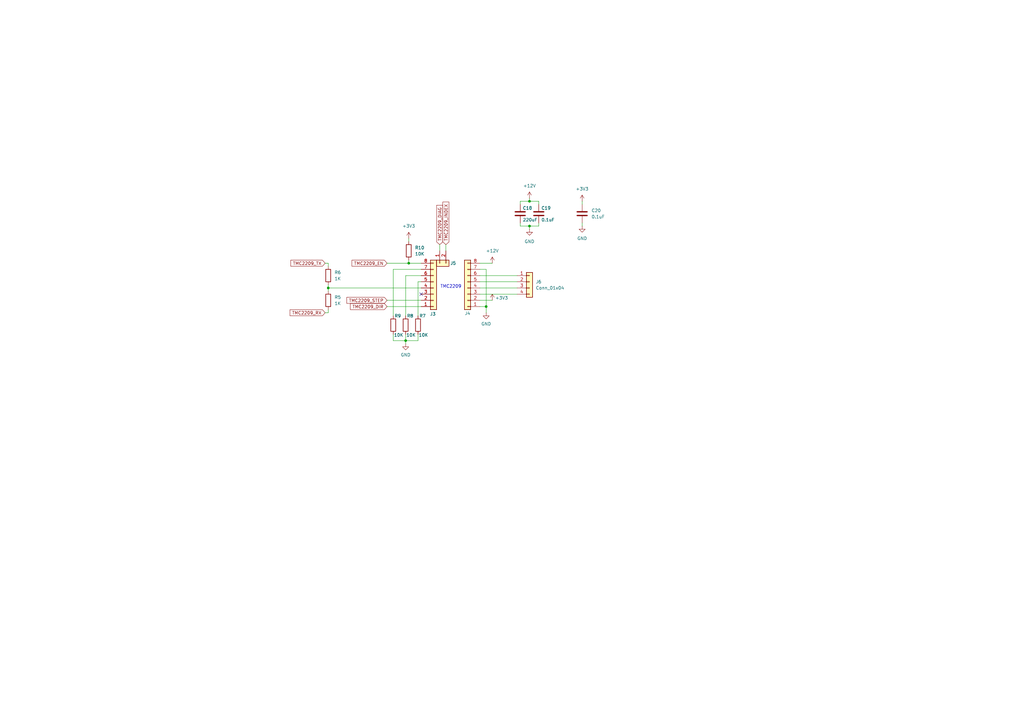
<source format=kicad_sch>
(kicad_sch (version 20250114) (generator "eeschema") (generator_version "9.0")
  (paper "A3")
  (lib_symbols
    (symbol "Connector_Generic:Conn_01x02" (pin_names (offset 1.016) (hide yes))
      (property "Reference" "J" (at 0 2.54 0))
      (property "Value" "Conn_01x02" (at 0 -5.08 0))
      (symbol "Conn_01x02_1_1"
        (rectangle (start -1.27 1.27) (end 1.27 -3.81) (stroke (width 0.254)) (fill (type background)))
        (rectangle (start -1.27 0.127) (end 0 -0.127) (stroke (width 0.1524)))
        (rectangle (start -1.27 -2.413) (end 0 -2.667) (stroke (width 0.1524)))
        (pin passive line (at -5.08 0 0) (length 3.81) (name "Pin_1") (number "1"))
        (pin passive line (at -5.08 -2.54 0) (length 3.81) (name "Pin_2") (number "2"))
      )
    )
    (symbol "Connector_Generic:Conn_01x04" (pin_names (offset 1.016) (hide yes))
      (property "Reference" "J" (at 0 5.08 0))
      (property "Value" "Conn_01x04" (at 0 -7.62 0))
      (symbol "Conn_01x04_1_1"
        (rectangle (start -1.27 3.81) (end 1.27 -6.35) (stroke (width 0.254)) (fill (type background)))
        (rectangle (start -1.27 2.667) (end 0 2.413) (stroke (width 0.1524)))
        (rectangle (start -1.27 0.127) (end 0 -0.127) (stroke (width 0.1524)))
        (rectangle (start -1.27 -2.413) (end 0 -2.667) (stroke (width 0.1524)))
        (rectangle (start -1.27 -4.953) (end 0 -5.207) (stroke (width 0.1524)))
        (pin passive line (at -5.08 2.54 0) (length 3.81) (name "Pin_1") (number "1"))
        (pin passive line (at -5.08 0 0) (length 3.81) (name "Pin_2") (number "2"))
        (pin passive line (at -5.08 -2.54 0) (length 3.81) (name "Pin_3") (number "3"))
        (pin passive line (at -5.08 -5.08 0) (length 3.81) (name "Pin_4") (number "4"))
      )
    )
    (symbol "Connector_Generic:Conn_01x08" (pin_names (offset 1.016) (hide yes))
      (property "Reference" "J" (at 0 10.16 0))
      (property "Value" "Conn_01x08" (at 0 -12.7 0))
      (symbol "Conn_01x08_1_1"
        (rectangle (start -1.27 8.89) (end 1.27 -11.43) (stroke (width 0.254)) (fill (type background)))
        (rectangle (start -1.27 7.747) (end 0 7.493) (stroke (width 0.1524)))
        (rectangle (start -1.27 5.207) (end 0 4.953) (stroke (width 0.1524)))
        (rectangle (start -1.27 2.667) (end 0 2.413) (stroke (width 0.1524)))
        (rectangle (start -1.27 0.127) (end 0 -0.127) (stroke (width 0.1524)))
        (rectangle (start -1.27 -2.413) (end 0 -2.667) (stroke (width 0.1524)))
        (rectangle (start -1.27 -4.953) (end 0 -5.207) (stroke (width 0.1524)))
        (rectangle (start -1.27 -7.493) (end 0 -7.747) (stroke (width 0.1524)))
        (rectangle (start -1.27 -10.033) (end 0 -10.287) (stroke (width 0.1524)))
        (pin passive line (at -5.08 7.62 0) (length 3.81) (name "Pin_1") (number "1"))
        (pin passive line (at -5.08 5.08 0) (length 3.81) (name "Pin_2") (number "2"))
        (pin passive line (at -5.08 2.54 0) (length 3.81) (name "Pin_3") (number "3"))
        (pin passive line (at -5.08 0 0) (length 3.81) (name "Pin_4") (number "4"))
        (pin passive line (at -5.08 -2.54 0) (length 3.81) (name "Pin_5") (number "5"))
        (pin passive line (at -5.08 -5.08 0) (length 3.81) (name "Pin_6") (number "6"))
        (pin passive line (at -5.08 -7.62 0) (length 3.81) (name "Pin_7") (number "7"))
        (pin passive line (at -5.08 -10.16 0) (length 3.81) (name "Pin_8") (number "8"))
      )
    )
    (symbol "Device:C" (pin_numbers (hide yes)) (pin_names (offset 0.254))
      (property "Reference" "C" (at 0.635 2.54 0))
      (property "Value" "C" (at 0.635 -2.54 0))
      (symbol "C_0_1"
        (polyline (pts (xy -2.032 0.762) (xy 2.032 0.762)) (stroke (width 0.508)))
        (polyline (pts (xy -2.032 -0.762) (xy 2.032 -0.762)) (stroke (width 0.508)))
      )
      (symbol "C_1_1"
        (pin passive line (at 0 3.81 270) (length 2.794) (name "~") (number "1"))
        (pin passive line (at 0 -3.81 90) (length 2.794) (name "~") (number "2"))
      )
    )
    (symbol "Device:R" (pin_numbers (hide yes)) (pin_names (offset 0))
      (property "Reference" "R" (at 2.032 0 90))
      (property "Value" "R" (at 0 0 90))
      (symbol "R_0_1"
        (rectangle (start -1.016 -2.54) (end 1.016 2.54) (stroke (width 0.254)))
      )
      (symbol "R_1_1"
        (pin passive line (at 0 3.81 270) (length 1.27) (name "~") (number "1"))
        (pin passive line (at 0 -3.81 90) (length 1.27) (name "~") (number "2"))
      )
    )
    (symbol "power:+12V" (power) (pin_numbers (hide yes)) (pin_names (offset 0) (hide yes))
      (property "Value" "+12V" (at 0 3.556 0))
      (symbol "+12V_0_1"
        (polyline (pts (xy -0.762 1.27) (xy 0 2.54)))
        (polyline (pts (xy 0 2.54) (xy 0.762 1.27)))
        (polyline (pts (xy 0 0) (xy 0 2.54)))
      )
      (symbol "+12V_1_1"
        (pin power_in line (at 0 0 90) (length 0) (name "~") (number "1"))
      )
    )
    (symbol "power:+3V3" (power) (pin_numbers (hide yes)) (pin_names (offset 0) (hide yes))
      (property "Value" "+3V3" (at 0 3.556 0))
      (symbol "+3V3_0_1"
        (polyline (pts (xy -0.762 1.27) (xy 0 2.54)))
        (polyline (pts (xy 0 2.54) (xy 0.762 1.27)))
        (polyline (pts (xy 0 0) (xy 0 2.54)))
      )
      (symbol "+3V3_1_1"
        (pin power_in line (at 0 0 90) (length 0) (name "~") (number "1"))
      )
    )
    (symbol "power:GND" (power) (pin_numbers (hide yes)) (pin_names (offset 0) (hide yes))
      (property "Value" "GND" (at 0 -3.81 0))
      (symbol "GND_0_1"
        (polyline (pts (xy 0 0) (xy 0 -1.27) (xy 1.27 -1.27) (xy 0 -2.54) (xy -1.27 -1.27) (xy 0 -1.27)))
      )
      (symbol "GND_1_1"
        (pin power_in line (at 0 0 270) (length 0) (name "~") (number "1"))
      )
    )
  )
  (text "TMC2209" (at 184.912 117.602 0) (effects (font (size 1.27 1.27))))
  (junction (at 134.62 118.11))
  (junction (at 217.17 92.71))
  (junction (at 166.37 139.7))
  (junction (at 217.17 82.55))
  (junction (at 167.64 107.95))
  (junction (at 199.39 125.73))
  (no_connect (at 172.72 120.65))
  (wire (pts (xy 166.37 113.03) (xy 166.37 129.54)))
  (wire (pts (xy 158.75 123.19) (xy 172.72 123.19)))
  (wire (pts (xy 171.45 115.57) (xy 172.72 115.57)))
  (wire (pts (xy 217.17 81.28) (xy 217.17 82.55)))
  (wire (pts (xy 220.98 91.44) (xy 220.98 92.71)))
  (wire (pts (xy 217.17 82.55) (xy 220.98 82.55)))
  (wire (pts (xy 199.39 125.73) (xy 199.39 128.27)))
  (wire (pts (xy 133.35 107.95) (xy 134.62 107.95)))
  (wire (pts (xy 161.29 139.7) (xy 166.37 139.7)))
  (wire (pts (xy 196.85 125.73) (xy 199.39 125.73)))
  (wire (pts (xy 199.39 110.49) (xy 196.85 110.49)))
  (wire (pts (xy 199.39 125.73) (xy 199.39 110.49)))
  (wire (pts (xy 196.85 120.65) (xy 212.09 120.65)))
  (wire (pts (xy 213.36 82.55) (xy 217.17 82.55)))
  (wire (pts (xy 161.29 110.49) (xy 161.29 129.54)))
  (wire (pts (xy 196.85 115.57) (xy 212.09 115.57)))
  (wire (pts (xy 161.29 137.16) (xy 161.29 139.7)))
  (wire (pts (xy 171.45 115.57) (xy 171.45 129.54)))
  (wire (pts (xy 166.37 140.97) (xy 166.37 139.7)))
  (wire (pts (xy 167.64 106.68) (xy 167.64 107.95)))
  (wire (pts (xy 213.36 92.71) (xy 217.17 92.71)))
  (wire (pts (xy 182.88 100.33) (xy 182.88 102.87)))
  (wire (pts (xy 217.17 92.71) (xy 220.98 92.71)))
  (wire (pts (xy 213.36 91.44) (xy 213.36 92.71)))
  (wire (pts (xy 166.37 139.7) (xy 166.37 137.16)))
  (wire (pts (xy 196.85 118.11) (xy 212.09 118.11)))
  (wire (pts (xy 171.45 137.16) (xy 171.45 139.7)))
  (wire (pts (xy 180.34 100.33) (xy 180.34 102.87)))
  (wire (pts (xy 133.35 128.27) (xy 134.62 128.27)))
  (wire (pts (xy 238.76 82.55) (xy 238.76 83.82)))
  (wire (pts (xy 196.85 113.03) (xy 212.09 113.03)))
  (wire (pts (xy 167.64 97.79) (xy 167.64 99.06)))
  (wire (pts (xy 238.76 92.71) (xy 238.76 91.44)))
  (wire (pts (xy 158.75 125.73) (xy 172.72 125.73)))
  (wire (pts (xy 166.37 113.03) (xy 172.72 113.03)))
  (wire (pts (xy 134.62 119.38) (xy 134.62 118.11)))
  (wire (pts (xy 134.62 109.22) (xy 134.62 107.95)))
  (wire (pts (xy 167.64 107.95) (xy 172.72 107.95)))
  (wire (pts (xy 217.17 93.98) (xy 217.17 92.71)))
  (wire (pts (xy 161.29 110.49) (xy 172.72 110.49)))
  (wire (pts (xy 158.75 107.95) (xy 167.64 107.95)))
  (wire (pts (xy 166.37 139.7) (xy 171.45 139.7)))
  (wire (pts (xy 134.62 116.84) (xy 134.62 118.11)))
  (wire (pts (xy 213.36 82.55) (xy 213.36 83.82)))
  (wire (pts (xy 134.62 128.27) (xy 134.62 127)))
  (wire (pts (xy 220.98 82.55) (xy 220.98 83.82)))
  (wire (pts (xy 196.85 123.19) (xy 201.93 123.19)))
  (wire (pts (xy 201.93 107.95) (xy 196.85 107.95)))
  (wire (pts (xy 134.62 118.11) (xy 172.72 118.11)))
  (global_label "TMC2209_DIR" (shape input) (at 158.75 125.73 180) (property "Intersheetrefs" "${INTERSHEET_REFS}" (effects (hide yes))))
  (global_label "TMC2209_EN" (shape input) (at 158.75 107.95 180) (property "Intersheetrefs" "${INTERSHEET_REFS}" (effects (hide yes))))
  (global_label "TMC2209_TX" (shape input) (at 133.35 107.95 180) (property "Intersheetrefs" "${INTERSHEET_REFS}" (effects (hide yes))))
  (global_label "TMC2209_RX" (shape input) (at 133.35 128.27 180) (property "Intersheetrefs" "${INTERSHEET_REFS}" (effects (hide yes))))
  (global_label "TMC2209_DIAG" (shape input) (at 180.34 100.33 90) (property "Intersheetrefs" "${INTERSHEET_REFS}" (effects (hide yes))))
  (global_label "TMC2209_INDEX" (shape input) (at 182.88 100.33 90) (property "Intersheetrefs" "${INTERSHEET_REFS}" (effects (hide yes))))
  (global_label "TMC2209_STEP" (shape input) (at 158.75 123.19 180) (property "Intersheetrefs" "${INTERSHEET_REFS}" (effects (hide yes))))
  (symbol (lib_id "Device:R") (at 161.29 133.35 0) (unit 1)
    (property "Reference" "R9" (at 161.798 129.54 0) (effects (justify left)))
    (property "Value" "10K" (at 161.544 137.414 0) (effects (justify left)))
    (property "Description" "Resistor" (effects (hide yes)))
  )
  (symbol (lib_id "power:GND") (at 166.37 140.97 0) (unit 1)
    (property "Reference" "#PWR029" (effects (hide yes)))
    (property "Value" "GND" (at 166.37 145.542 0))
    (property "Description" "Power symbol creates a global label with name \"GND\" , ground" (effects (hide yes)))
  )
  (symbol (lib_id "power:+3V3") (at 238.76 82.55 0) (unit 1)
    (property "Reference" "#PWR027" (effects (hide yes)))
    (property "Value" "+3V3" (at 238.76 77.47 0))
    (property "Description" "Power symbol creates a global label with name \"+3V3\"" (effects (hide yes)))
  )
  (symbol (lib_id "Device:R") (at 171.45 133.35 0) (unit 1)
    (property "Reference" "R7" (at 171.958 129.54 0) (effects (justify left)))
    (property "Value" "10K" (at 171.704 137.414 0) (effects (justify left)))
    (property "Description" "Resistor" (effects (hide yes)))
  )
  (symbol (lib_id "power:+12V") (at 201.93 107.95 0) (unit 1)
    (property "Reference" "#PWR023" (effects (hide yes)))
    (property "Value" "+12V" (at 201.93 102.87 0))
    (property "Description" "Power symbol creates a global label with name \"+12V\"" (effects (hide yes)))
  )
  (symbol (lib_id "Device:R") (at 167.64 102.87 0) (unit 1)
    (property "Reference" "R10" (at 170.18 101.5999 0) (effects (justify left)))
    (property "Value" "10K" (at 170.18 104.1399 0) (effects (justify left)))
    (property "Description" "Resistor" (effects (hide yes)))
  )
  (symbol (lib_id "power:+3V3") (at 201.93 123.19 0) (unit 1)
    (property "Reference" "#PWR024" (effects (hide yes)))
    (property "Value" "+3V3" (at 205.74 122.174 0))
    (property "Description" "Power symbol creates a global label with name \"+3V3\"" (effects (hide yes)))
  )
  (symbol (lib_id "Device:R") (at 166.37 133.35 0) (unit 1)
    (property "Reference" "R8" (at 166.878 129.54 0) (effects (justify left)))
    (property "Value" "10K" (at 166.624 137.414 0) (effects (justify left)))
    (property "Description" "Resistor" (effects (hide yes)))
  )
  (symbol (lib_id "Connector_Generic:Conn_01x08") (at 191.77 118.11 180) (unit 1)
    (property "Reference" "J4" (at 191.77 128.524 0))
    (property "Value" "Conn_01x08" (effects (hide yes)))
    (property "Description" "Generic connector, single row, 01x08, script generated (kicad-library-utils/schlib/autogen/connector/)" (effects (hide yes)))
  )
  (symbol (lib_id "Device:R") (at 134.62 113.03 0) (unit 1)
    (property "Reference" "R6" (at 137.16 111.7599 0) (effects (justify left)))
    (property "Value" "1K" (at 137.16 114.2999 0) (effects (justify left)))
    (property "Description" "Resistor" (effects (hide yes)))
  )
  (symbol (lib_id "Device:C") (at 238.76 87.63 0) (unit 1)
    (property "Reference" "C20" (at 242.57 86.3599 0) (effects (justify left)))
    (property "Value" "0.1uF" (at 242.57 88.8999 0) (effects (justify left)))
    (property "Description" "Unpolarized capacitor" (effects (hide yes)))
  )
  (symbol (lib_id "Device:C") (at 220.98 87.63 0) (unit 1)
    (property "Reference" "C19" (at 221.996 85.344 0) (effects (justify left)))
    (property "Value" "0.1uF" (at 221.996 90.17 0) (effects (justify left)))
    (property "Footprint" "Capacitor_SMD:C_0805_2012Metric" (effects (hide yes)))
    (property "Description" "Unpolarized capacitor" (effects (hide yes)))
  )
  (symbol (lib_id "power:+12V") (at 217.17 81.28 0) (unit 1)
    (property "Reference" "#PWR025" (effects (hide yes)))
    (property "Value" "+12V" (at 217.17 76.2 0))
    (property "Description" "Power symbol creates a global label with name \"+12V\"" (effects (hide yes)))
  )
  (symbol (lib_id "power:GND") (at 238.76 92.71 0) (unit 1)
    (property "Reference" "#PWR028" (effects (hide yes)))
    (property "Value" "GND" (at 238.76 97.79 0))
    (property "Description" "Power symbol creates a global label with name \"GND\" , ground" (effects (hide yes)))
  )
  (symbol (lib_id "Connector_Generic:Conn_01x08") (at 177.8 118.11 0) (mirror x) (unit 1)
    (property "Reference" "J3" (at 177.546 128.778 0))
    (property "Value" "Conn_01x08" (effects (hide yes)))
    (property "Description" "Generic connector, single row, 01x08, script generated (kicad-library-utils/schlib/autogen/connector/)" (effects (hide yes)))
  )
  (symbol (lib_id "power:+3V3") (at 167.64 97.79 0) (unit 1)
    (property "Reference" "#PWR030" (effects (hide yes)))
    (property "Value" "+3V3" (at 167.64 92.71 0))
    (property "Description" "Power symbol creates a global label with name \"+3V3\"" (effects (hide yes)))
  )
  (symbol (lib_id "Connector_Generic:Conn_01x02") (at 180.34 107.95 90) (mirror x) (unit 1)
    (property "Reference" "J5" (at 184.658 107.95 90) (effects (justify right)))
    (property "Value" "Conn_01x02" (effects (hide yes)))
    (property "Description" "Generic connector, single row, 01x02, script generated (kicad-library-utils/schlib/autogen/connector/)" (effects (hide yes)))
  )
  (symbol (lib_id "power:GND") (at 217.17 93.98 0) (unit 1)
    (property "Reference" "#PWR026" (effects (hide yes)))
    (property "Value" "GND" (at 217.17 99.06 0))
    (property "Description" "Power symbol creates a global label with name \"GND\" , ground" (effects (hide yes)))
  )
  (symbol (lib_id "power:GND") (at 199.39 128.27 0) (unit 1)
    (property "Reference" "#PWR05" (effects (hide yes)))
    (property "Value" "GND" (at 199.39 132.842 0))
    (property "Description" "Power symbol creates a global label with name \"GND\" , ground" (effects (hide yes)))
  )
  (symbol (lib_id "Device:R") (at 134.62 123.19 0) (unit 1)
    (property "Reference" "R5" (at 137.16 121.9199 0) (effects (justify left)))
    (property "Value" "1K" (at 137.16 124.4599 0) (effects (justify left)))
    (property "Description" "Resistor" (effects (hide yes)))
  )
  (symbol (lib_id "Device:C") (at 213.36 87.63 0) (unit 1)
    (property "Reference" "C18" (at 214.376 85.344 0) (effects (justify left)))
    (property "Value" "220uF" (at 214.376 90.17 0) (effects (justify left)))
    (property "Description" "Unpolarized capacitor" (effects (hide yes)))
  )
  (symbol (lib_id "Connector_Generic:Conn_01x04") (at 217.17 115.57 0) (unit 1)
    (property "Reference" "J6" (at 219.71 115.5699 0) (effects (justify left)))
    (property "Value" "Conn_01x04" (at 219.71 118.1099 0) (effects (justify left)))
    (property "Description" "Generic connector, single row, 01x04, script generated (kicad-library-utils/schlib/autogen/connector/)" (effects (hide yes)))
  )
)
</source>
